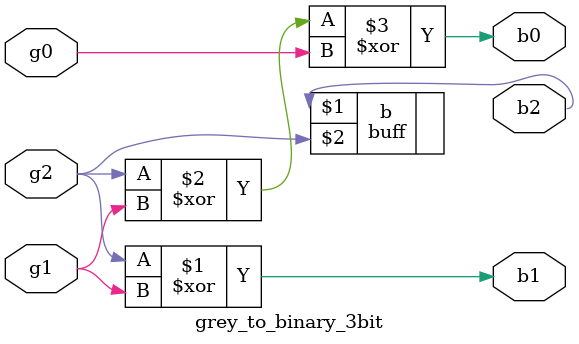
<source format=v>
`timescale 1ns / 1ps


module grey_to_binary_3bit(
    output b2,b1,b0,
    input g2,g1,g0
    );
    
    buff b(b2,g2);
    xor x1(b1,g2,g1);
    xor x2(b0,g2,g1,g0);
endmodule

</source>
